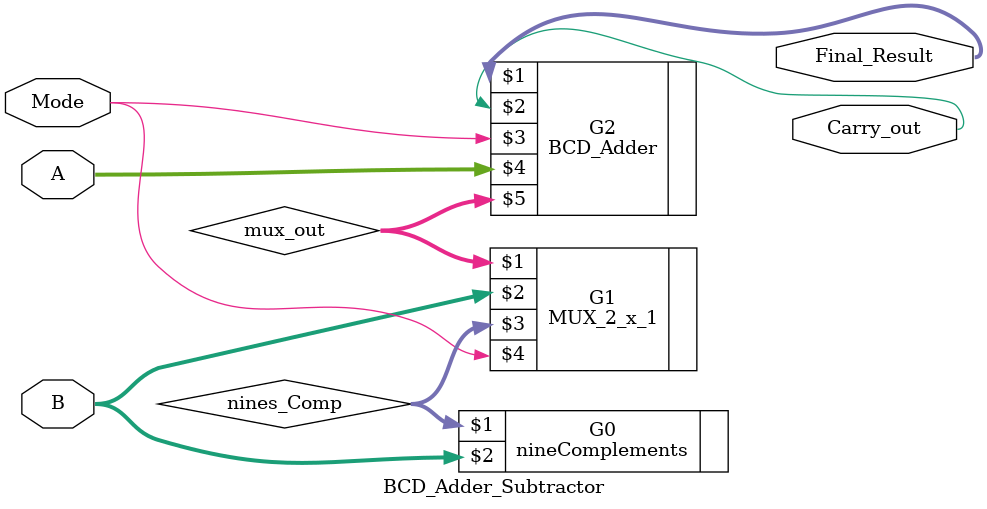
<source format=v>
module BCD_Adder_Subtractor(A,B,Mode,Final_Result,Carry_out);
input [3:0] A;
input [3:0] B;
input Mode;

output Carry_out;
output [3:0] Final_Result;

wire [3: 0] nines_Comp;
wire [3: 0] mux_out;

nineComplements G0(nines_Comp,B);

MUX_2_x_1 G1(mux_out,B,nines_Comp,Mode);

BCD_Adder G2(Final_Result,Carry_out,Mode,A,mux_out);


endmodule 

</source>
